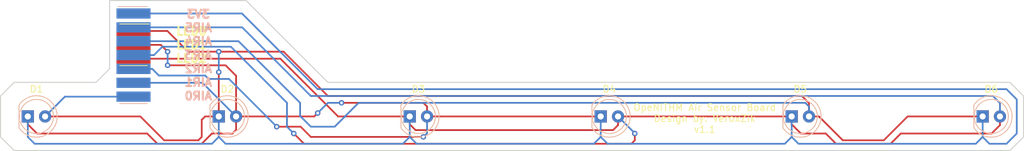
<source format=kicad_pcb>
(kicad_pcb (version 20171130) (host pcbnew "(5.1.5)-3")

  (general
    (thickness 1.6)
    (drawings 24)
    (tracks 142)
    (zones 0)
    (modules 10)
    (nets 12)
  )

  (page A4)
  (layers
    (0 F.Cu signal)
    (31 B.Cu signal)
    (32 B.Adhes user)
    (33 F.Adhes user)
    (34 B.Paste user)
    (35 F.Paste user)
    (36 B.SilkS user)
    (37 F.SilkS user)
    (38 B.Mask user)
    (39 F.Mask user)
    (40 Dwgs.User user)
    (41 Cmts.User user)
    (42 Eco1.User user)
    (43 Eco2.User user)
    (44 Edge.Cuts user)
    (45 Margin user)
    (46 B.CrtYd user)
    (47 F.CrtYd user)
    (48 B.Fab user)
    (49 F.Fab user)
  )

  (setup
    (last_trace_width 0.25)
    (trace_clearance 0.2)
    (zone_clearance 0.508)
    (zone_45_only no)
    (trace_min 0.2)
    (via_size 0.8)
    (via_drill 0.4)
    (via_min_size 0.4)
    (via_min_drill 0.3)
    (uvia_size 0.3)
    (uvia_drill 0.1)
    (uvias_allowed no)
    (uvia_min_size 0.2)
    (uvia_min_drill 0.1)
    (edge_width 0.15)
    (segment_width 0.2)
    (pcb_text_width 0.3)
    (pcb_text_size 1.5 1.5)
    (mod_edge_width 0.15)
    (mod_text_size 1 1)
    (mod_text_width 0.15)
    (pad_size 1.524 1.524)
    (pad_drill 0.762)
    (pad_to_mask_clearance 0.2)
    (aux_axis_origin 0 0)
    (visible_elements 7FFFFFFF)
    (pcbplotparams
      (layerselection 0x010fc_ffffffff)
      (usegerberextensions false)
      (usegerberattributes false)
      (usegerberadvancedattributes false)
      (creategerberjobfile false)
      (excludeedgelayer true)
      (linewidth 0.100000)
      (plotframeref false)
      (viasonmask false)
      (mode 1)
      (useauxorigin false)
      (hpglpennumber 1)
      (hpglpenspeed 20)
      (hpglpendiameter 15.000000)
      (psnegative false)
      (psa4output false)
      (plotreference true)
      (plotvalue true)
      (plotinvisibletext false)
      (padsonsilk false)
      (subtractmaskfromsilk false)
      (outputformat 1)
      (mirror false)
      (drillshape 0)
      (scaleselection 1)
      (outputdirectory "gerbers/"))
  )

  (net 0 "")
  (net 1 /D1+)
  (net 2 /D1-)
  (net 3 /D3-)
  (net 4 /D2+)
  (net 5 /D3+)
  (net 6 /D4+)
  (net 7 /D5+)
  (net 8 /D6+)
  (net 9 "Net-(J1-Pad2)")
  (net 10 "Net-(J1-Pad3)")
  (net 11 "Net-(J1-Pad1)")

  (net_class Default "This is the default net class."
    (clearance 0.2)
    (trace_width 0.25)
    (via_dia 0.8)
    (via_drill 0.4)
    (uvia_dia 0.3)
    (uvia_drill 0.1)
    (add_net /D1+)
    (add_net /D1-)
    (add_net /D2+)
    (add_net /D3+)
    (add_net /D3-)
    (add_net /D4+)
    (add_net /D5+)
    (add_net /D6+)
    (add_net "Net-(J1-Pad1)")
    (add_net "Net-(J1-Pad2)")
    (add_net "Net-(J1-Pad3)")
  )

  (module AirSensor_Local:LED_D5.0mm_FlatTop (layer F.Cu) (tedit 5E49C4EE) (tstamp 5DDC818A)
    (at 215 106)
    (descr "LED, Round, FlatTop, diameter 5.0mm, 2 pins, http://www.kingbright.com/attachments/file/psearch/000/00/00/L-483GDT(Ver.15B).pdf")
    (tags "LED Round FlatTop diameter 5.0mm 2 pins")
    (path /5DDA15CD)
    (fp_text reference D6 (at 1.27 -4.01) (layer F.SilkS)
      (effects (font (size 1 1) (thickness 0.15)))
    )
    (fp_text value "IR LED" (at 1.27 4.01) (layer F.Fab)
      (effects (font (size 1 1) (thickness 0.15)))
    )
    (fp_arc (start 1.27 0) (end -1.29 1.639512) (angle -147.4) (layer F.SilkS) (width 0.12))
    (fp_circle (center 1.27 0) (end 3.77 0) (layer F.SilkS) (width 0.12))
    (fp_arc (start 1.27 0) (end -1.29 -1.639512) (angle 147.4) (layer F.SilkS) (width 0.12))
    (fp_line (start -1.29 -1.64) (end -1.29 1.64) (layer F.SilkS) (width 0.12))
    (fp_arc (start 1.27 0) (end -1.29 -1.639512) (angle 147.4) (layer B.SilkS) (width 0.12))
    (fp_arc (start 1.27 0) (end -1.29 1.639512) (angle -147.4) (layer B.SilkS) (width 0.12))
    (fp_line (start -1.29 -1.64) (end -1.29 1.64) (layer B.SilkS) (width 0.12))
    (fp_line (start 4.55 -3.3) (end -2 -3.3) (layer F.CrtYd) (width 0.05))
    (fp_line (start 4.55 3.3) (end 4.55 -3.3) (layer F.CrtYd) (width 0.05))
    (fp_line (start -2 3.3) (end 4.55 3.3) (layer F.CrtYd) (width 0.05))
    (fp_line (start -2 -3.3) (end -2 3.3) (layer F.CrtYd) (width 0.05))
    (fp_line (start -1.23 -1.566046) (end -1.23 1.566046) (layer F.Fab) (width 0.1))
    (fp_circle (center 1.27 0) (end 3.77 0) (layer B.SilkS) (width 0.12))
    (fp_circle (center 1.27 0) (end 3.77 0) (layer F.Fab) (width 0.1))
    (fp_arc (start 1.27 0) (end -1.23 -1.566046) (angle 295.9) (layer F.Fab) (width 0.1))
    (pad 2 thru_hole circle (at 2.54 0) (size 1.8 1.8) (drill 0.9) (layers *.Cu *.Mask)
      (net 8 /D6+))
    (pad 1 thru_hole rect (at 0 0) (size 1.8 1.8) (drill 0.9) (layers *.Cu *.Mask)
      (net 2 /D1-))
    (model ${KISYS3DMOD}/LEDs.3dshapes/LED_D5.0mm_FlatTop.wrl
      (at (xyz 0 0 0))
      (scale (xyz 0.393701 0.393701 0.393701))
      (rotate (xyz 0 0 0))
    )
  )

  (module AirSensor_Local:LED_D5.0mm_FlatTop (layer F.Cu) (tedit 5E49C4EE) (tstamp 5DDC817A)
    (at 187 106)
    (descr "LED, Round, FlatTop, diameter 5.0mm, 2 pins, http://www.kingbright.com/attachments/file/psearch/000/00/00/L-483GDT(Ver.15B).pdf")
    (tags "LED Round FlatTop diameter 5.0mm 2 pins")
    (path /5DDA1969)
    (fp_text reference D5 (at 1.27 -4.01) (layer F.SilkS)
      (effects (font (size 1 1) (thickness 0.15)))
    )
    (fp_text value "IR LED" (at 1.27 4.01) (layer F.Fab)
      (effects (font (size 1 1) (thickness 0.15)))
    )
    (fp_arc (start 1.27 0) (end -1.29 1.639512) (angle -147.4) (layer F.SilkS) (width 0.12))
    (fp_circle (center 1.27 0) (end 3.77 0) (layer F.SilkS) (width 0.12))
    (fp_arc (start 1.27 0) (end -1.29 -1.639512) (angle 147.4) (layer F.SilkS) (width 0.12))
    (fp_line (start -1.29 -1.64) (end -1.29 1.64) (layer F.SilkS) (width 0.12))
    (fp_arc (start 1.27 0) (end -1.29 -1.639512) (angle 147.4) (layer B.SilkS) (width 0.12))
    (fp_arc (start 1.27 0) (end -1.29 1.639512) (angle -147.4) (layer B.SilkS) (width 0.12))
    (fp_line (start -1.29 -1.64) (end -1.29 1.64) (layer B.SilkS) (width 0.12))
    (fp_line (start 4.55 -3.3) (end -2 -3.3) (layer F.CrtYd) (width 0.05))
    (fp_line (start 4.55 3.3) (end 4.55 -3.3) (layer F.CrtYd) (width 0.05))
    (fp_line (start -2 3.3) (end 4.55 3.3) (layer F.CrtYd) (width 0.05))
    (fp_line (start -2 -3.3) (end -2 3.3) (layer F.CrtYd) (width 0.05))
    (fp_line (start -1.23 -1.566046) (end -1.23 1.566046) (layer F.Fab) (width 0.1))
    (fp_circle (center 1.27 0) (end 3.77 0) (layer B.SilkS) (width 0.12))
    (fp_circle (center 1.27 0) (end 3.77 0) (layer F.Fab) (width 0.1))
    (fp_arc (start 1.27 0) (end -1.23 -1.566046) (angle 295.9) (layer F.Fab) (width 0.1))
    (pad 2 thru_hole circle (at 2.54 0) (size 1.8 1.8) (drill 0.9) (layers *.Cu *.Mask)
      (net 7 /D5+))
    (pad 1 thru_hole rect (at 0 0) (size 1.8 1.8) (drill 0.9) (layers *.Cu *.Mask)
      (net 2 /D1-))
    (model ${KISYS3DMOD}/LEDs.3dshapes/LED_D5.0mm_FlatTop.wrl
      (at (xyz 0 0 0))
      (scale (xyz 0.393701 0.393701 0.393701))
      (rotate (xyz 0 0 0))
    )
  )

  (module AirSensor_Local:LED_D5.0mm_FlatTop (layer F.Cu) (tedit 5E49C4EE) (tstamp 5DDC816A)
    (at 159 106)
    (descr "LED, Round, FlatTop, diameter 5.0mm, 2 pins, http://www.kingbright.com/attachments/file/psearch/000/00/00/L-483GDT(Ver.15B).pdf")
    (tags "LED Round FlatTop diameter 5.0mm 2 pins")
    (path /5DDA19C8)
    (fp_text reference D4 (at 1.27 -4.01) (layer F.SilkS)
      (effects (font (size 1 1) (thickness 0.15)))
    )
    (fp_text value "IR LED" (at 1.27 4.01) (layer F.Fab)
      (effects (font (size 1 1) (thickness 0.15)))
    )
    (fp_arc (start 1.27 0) (end -1.29 1.639512) (angle -147.4) (layer F.SilkS) (width 0.12))
    (fp_circle (center 1.27 0) (end 3.77 0) (layer F.SilkS) (width 0.12))
    (fp_arc (start 1.27 0) (end -1.29 -1.639512) (angle 147.4) (layer F.SilkS) (width 0.12))
    (fp_line (start -1.29 -1.64) (end -1.29 1.64) (layer F.SilkS) (width 0.12))
    (fp_arc (start 1.27 0) (end -1.29 -1.639512) (angle 147.4) (layer B.SilkS) (width 0.12))
    (fp_arc (start 1.27 0) (end -1.29 1.639512) (angle -147.4) (layer B.SilkS) (width 0.12))
    (fp_line (start -1.29 -1.64) (end -1.29 1.64) (layer B.SilkS) (width 0.12))
    (fp_line (start 4.55 -3.3) (end -2 -3.3) (layer F.CrtYd) (width 0.05))
    (fp_line (start 4.55 3.3) (end 4.55 -3.3) (layer F.CrtYd) (width 0.05))
    (fp_line (start -2 3.3) (end 4.55 3.3) (layer F.CrtYd) (width 0.05))
    (fp_line (start -2 -3.3) (end -2 3.3) (layer F.CrtYd) (width 0.05))
    (fp_line (start -1.23 -1.566046) (end -1.23 1.566046) (layer F.Fab) (width 0.1))
    (fp_circle (center 1.27 0) (end 3.77 0) (layer B.SilkS) (width 0.12))
    (fp_circle (center 1.27 0) (end 3.77 0) (layer F.Fab) (width 0.1))
    (fp_arc (start 1.27 0) (end -1.23 -1.566046) (angle 295.9) (layer F.Fab) (width 0.1))
    (pad 2 thru_hole circle (at 2.54 0) (size 1.8 1.8) (drill 0.9) (layers *.Cu *.Mask)
      (net 6 /D4+))
    (pad 1 thru_hole rect (at 0 0) (size 1.8 1.8) (drill 0.9) (layers *.Cu *.Mask)
      (net 2 /D1-))
    (model ${KISYS3DMOD}/LEDs.3dshapes/LED_D5.0mm_FlatTop.wrl
      (at (xyz 0 0 0))
      (scale (xyz 0.393701 0.393701 0.393701))
      (rotate (xyz 0 0 0))
    )
  )

  (module AirSensor_Local:LED_D5.0mm_FlatTop (layer F.Cu) (tedit 5E49C4EE) (tstamp 5DDC815A)
    (at 131 106)
    (descr "LED, Round, FlatTop, diameter 5.0mm, 2 pins, http://www.kingbright.com/attachments/file/psearch/000/00/00/L-483GDT(Ver.15B).pdf")
    (tags "LED Round FlatTop diameter 5.0mm 2 pins")
    (path /5DDA1ADB)
    (fp_text reference D3 (at 1.27 -4.01) (layer F.SilkS)
      (effects (font (size 1 1) (thickness 0.15)))
    )
    (fp_text value "IR LED" (at 1.27 4.01) (layer F.Fab)
      (effects (font (size 1 1) (thickness 0.15)))
    )
    (fp_arc (start 1.27 0) (end -1.29 1.639512) (angle -147.4) (layer F.SilkS) (width 0.12))
    (fp_circle (center 1.27 0) (end 3.77 0) (layer F.SilkS) (width 0.12))
    (fp_arc (start 1.27 0) (end -1.29 -1.639512) (angle 147.4) (layer F.SilkS) (width 0.12))
    (fp_line (start -1.29 -1.64) (end -1.29 1.64) (layer F.SilkS) (width 0.12))
    (fp_arc (start 1.27 0) (end -1.29 -1.639512) (angle 147.4) (layer B.SilkS) (width 0.12))
    (fp_arc (start 1.27 0) (end -1.29 1.639512) (angle -147.4) (layer B.SilkS) (width 0.12))
    (fp_line (start -1.29 -1.64) (end -1.29 1.64) (layer B.SilkS) (width 0.12))
    (fp_line (start 4.55 -3.3) (end -2 -3.3) (layer F.CrtYd) (width 0.05))
    (fp_line (start 4.55 3.3) (end 4.55 -3.3) (layer F.CrtYd) (width 0.05))
    (fp_line (start -2 3.3) (end 4.55 3.3) (layer F.CrtYd) (width 0.05))
    (fp_line (start -2 -3.3) (end -2 3.3) (layer F.CrtYd) (width 0.05))
    (fp_line (start -1.23 -1.566046) (end -1.23 1.566046) (layer F.Fab) (width 0.1))
    (fp_circle (center 1.27 0) (end 3.77 0) (layer B.SilkS) (width 0.12))
    (fp_circle (center 1.27 0) (end 3.77 0) (layer F.Fab) (width 0.1))
    (fp_arc (start 1.27 0) (end -1.23 -1.566046) (angle 295.9) (layer F.Fab) (width 0.1))
    (pad 2 thru_hole circle (at 2.54 0) (size 1.8 1.8) (drill 0.9) (layers *.Cu *.Mask)
      (net 5 /D3+))
    (pad 1 thru_hole rect (at 0 0) (size 1.8 1.8) (drill 0.9) (layers *.Cu *.Mask)
      (net 2 /D1-))
    (model ${KISYS3DMOD}/LEDs.3dshapes/LED_D5.0mm_FlatTop.wrl
      (at (xyz 0 0 0))
      (scale (xyz 0.393701 0.393701 0.393701))
      (rotate (xyz 0 0 0))
    )
  )

  (module AirSensor_Local:LED_D5.0mm_FlatTop (layer F.Cu) (tedit 5E49C4EE) (tstamp 5DDC814A)
    (at 103 106)
    (descr "LED, Round, FlatTop, diameter 5.0mm, 2 pins, http://www.kingbright.com/attachments/file/psearch/000/00/00/L-483GDT(Ver.15B).pdf")
    (tags "LED Round FlatTop diameter 5.0mm 2 pins")
    (path /5DDA1AE2)
    (fp_text reference D2 (at 1.27 -4.01) (layer F.SilkS)
      (effects (font (size 1 1) (thickness 0.15)))
    )
    (fp_text value "IR LED" (at 1.27 4.01) (layer F.Fab)
      (effects (font (size 1 1) (thickness 0.15)))
    )
    (fp_arc (start 1.27 0) (end -1.29 1.639512) (angle -147.4) (layer F.SilkS) (width 0.12))
    (fp_circle (center 1.27 0) (end 3.77 0) (layer F.SilkS) (width 0.12))
    (fp_arc (start 1.27 0) (end -1.29 -1.639512) (angle 147.4) (layer F.SilkS) (width 0.12))
    (fp_line (start -1.29 -1.64) (end -1.29 1.64) (layer F.SilkS) (width 0.12))
    (fp_arc (start 1.27 0) (end -1.29 -1.639512) (angle 147.4) (layer B.SilkS) (width 0.12))
    (fp_arc (start 1.27 0) (end -1.29 1.639512) (angle -147.4) (layer B.SilkS) (width 0.12))
    (fp_line (start -1.29 -1.64) (end -1.29 1.64) (layer B.SilkS) (width 0.12))
    (fp_line (start 4.55 -3.3) (end -2 -3.3) (layer F.CrtYd) (width 0.05))
    (fp_line (start 4.55 3.3) (end 4.55 -3.3) (layer F.CrtYd) (width 0.05))
    (fp_line (start -2 3.3) (end 4.55 3.3) (layer F.CrtYd) (width 0.05))
    (fp_line (start -2 -3.3) (end -2 3.3) (layer F.CrtYd) (width 0.05))
    (fp_line (start -1.23 -1.566046) (end -1.23 1.566046) (layer F.Fab) (width 0.1))
    (fp_circle (center 1.27 0) (end 3.77 0) (layer B.SilkS) (width 0.12))
    (fp_circle (center 1.27 0) (end 3.77 0) (layer F.Fab) (width 0.1))
    (fp_arc (start 1.27 0) (end -1.23 -1.566046) (angle 295.9) (layer F.Fab) (width 0.1))
    (pad 2 thru_hole circle (at 2.54 0) (size 1.8 1.8) (drill 0.9) (layers *.Cu *.Mask)
      (net 4 /D2+))
    (pad 1 thru_hole rect (at 0 0) (size 1.8 1.8) (drill 0.9) (layers *.Cu *.Mask)
      (net 2 /D1-))
    (model ${KISYS3DMOD}/LEDs.3dshapes/LED_D5.0mm_FlatTop.wrl
      (at (xyz 0 0 0))
      (scale (xyz 0.393701 0.393701 0.393701))
      (rotate (xyz 0 0 0))
    )
  )

  (module AirSensor_Local:LED_D5.0mm_FlatTop (layer F.Cu) (tedit 5E49C4EE) (tstamp 5DDC813A)
    (at 75 106)
    (descr "LED, Round, FlatTop, diameter 5.0mm, 2 pins, http://www.kingbright.com/attachments/file/psearch/000/00/00/L-483GDT(Ver.15B).pdf")
    (tags "LED Round FlatTop diameter 5.0mm 2 pins")
    (path /5DDA1AE9)
    (fp_text reference D1 (at 1.27 -4.01) (layer F.SilkS)
      (effects (font (size 1 1) (thickness 0.15)))
    )
    (fp_text value "IR LED" (at 1.27 4.01) (layer F.Fab)
      (effects (font (size 1 1) (thickness 0.15)))
    )
    (fp_arc (start 1.27 0) (end -1.29 1.639512) (angle -147.4) (layer F.SilkS) (width 0.12))
    (fp_circle (center 1.27 0) (end 3.77 0) (layer F.SilkS) (width 0.12))
    (fp_arc (start 1.27 0) (end -1.29 -1.639512) (angle 147.4) (layer F.SilkS) (width 0.12))
    (fp_line (start -1.29 -1.64) (end -1.29 1.64) (layer F.SilkS) (width 0.12))
    (fp_arc (start 1.27 0) (end -1.29 -1.639512) (angle 147.4) (layer B.SilkS) (width 0.12))
    (fp_arc (start 1.27 0) (end -1.29 1.639512) (angle -147.4) (layer B.SilkS) (width 0.12))
    (fp_line (start -1.29 -1.64) (end -1.29 1.64) (layer B.SilkS) (width 0.12))
    (fp_line (start 4.55 -3.3) (end -2 -3.3) (layer F.CrtYd) (width 0.05))
    (fp_line (start 4.55 3.3) (end 4.55 -3.3) (layer F.CrtYd) (width 0.05))
    (fp_line (start -2 3.3) (end 4.55 3.3) (layer F.CrtYd) (width 0.05))
    (fp_line (start -2 -3.3) (end -2 3.3) (layer F.CrtYd) (width 0.05))
    (fp_line (start -1.23 -1.566046) (end -1.23 1.566046) (layer F.Fab) (width 0.1))
    (fp_circle (center 1.27 0) (end 3.77 0) (layer B.SilkS) (width 0.12))
    (fp_circle (center 1.27 0) (end 3.77 0) (layer F.Fab) (width 0.1))
    (fp_arc (start 1.27 0) (end -1.23 -1.566046) (angle 295.9) (layer F.Fab) (width 0.1))
    (pad 2 thru_hole circle (at 2.54 0) (size 1.8 1.8) (drill 0.9) (layers *.Cu *.Mask)
      (net 1 /D1+))
    (pad 1 thru_hole rect (at 0 0) (size 1.8 1.8) (drill 0.9) (layers *.Cu *.Mask)
      (net 2 /D1-))
    (model ${KISYS3DMOD}/LEDs.3dshapes/LED_D5.0mm_FlatTop.wrl
      (at (xyz 0 0 0))
      (scale (xyz 0.393701 0.393701 0.393701))
      (rotate (xyz 0 0 0))
    )
  )

  (module Mounting_Holes:MountingHole_3.2mm_M3_ISO14580 (layer F.Cu) (tedit 5DDCA047) (tstamp 5DDCA636)
    (at 197 106)
    (descr "Mounting Hole 3.2mm, no annular, M3, ISO14580")
    (tags "mounting hole 3.2mm no annular m3 iso14580")
    (path /5DDF80B5)
    (attr virtual)
    (fp_text reference MH2 (at 0 -3.75) (layer F.SilkS) hide
      (effects (font (size 1 1) (thickness 0.15)))
    )
    (fp_text value MountingHole (at 0 3.75) (layer F.Fab)
      (effects (font (size 1 1) (thickness 0.15)))
    )
    (fp_text user %R (at 0.3 0) (layer F.Fab)
      (effects (font (size 1 1) (thickness 0.15)))
    )
    (fp_circle (center 0 0) (end 2.75 0) (layer Cmts.User) (width 0.15))
    (fp_circle (center 0 0) (end 3 0) (layer F.CrtYd) (width 0.05))
    (pad 1 np_thru_hole circle (at 0 0) (size 3.2 3.2) (drill 3.2) (layers *.Cu *.Mask))
  )

  (module Mounting_Holes:MountingHole_3.2mm_M3_ISO14580 (layer F.Cu) (tedit 5DDCA041) (tstamp 5DDCA62E)
    (at 97 106)
    (descr "Mounting Hole 3.2mm, no annular, M3, ISO14580")
    (tags "mounting hole 3.2mm no annular m3 iso14580")
    (path /5DDFB9B2)
    (attr virtual)
    (fp_text reference MH1 (at 0 -3.75) (layer F.SilkS) hide
      (effects (font (size 1 1) (thickness 0.15)))
    )
    (fp_text value MountingHole (at 0 3.75) (layer F.Fab)
      (effects (font (size 1 1) (thickness 0.15)))
    )
    (fp_circle (center 0 0) (end 3 0) (layer F.CrtYd) (width 0.05))
    (fp_circle (center 0 0) (end 2.75 0) (layer Cmts.User) (width 0.15))
    (fp_text user %R (at 0.3 0) (layer F.Fab)
      (effects (font (size 1 1) (thickness 0.15)))
    )
    (pad 1 np_thru_hole circle (at 0 0) (size 3.2 3.2) (drill 3.2) (layers *.Cu *.Mask))
  )

  (module AirSensor_Local:SMD_3Pin (layer F.Cu) (tedit 5DDCA2F7) (tstamp 5DDB8666)
    (at 90.5 95.5)
    (descr "Chip Resistor Network, ROHM MNR14 (see mnr_g.pdf)")
    (tags "resistor array")
    (path /5DDA1783)
    (attr smd)
    (fp_text reference J1 (at 0 -4.064) (layer F.SilkS) hide
      (effects (font (size 1 1) (thickness 0.15)))
    )
    (fp_text value Conn_01x03 (at 0 4.318) (layer F.Fab)
      (effects (font (size 1 1) (thickness 0.15)))
    )
    (fp_line (start 1.55 1.85) (end -1.55 1.85) (layer F.CrtYd) (width 0.05))
    (fp_line (start 1.55 1.85) (end 1.55 -1.85) (layer F.CrtYd) (width 0.05))
    (fp_line (start -1.55 -1.85) (end -1.55 1.85) (layer F.CrtYd) (width 0.05))
    (fp_line (start -1.55 -1.85) (end 1.55 -1.85) (layer F.CrtYd) (width 0.05))
    (fp_line (start 2.286 -3.048) (end -2.032 -3.048) (layer F.SilkS) (width 0.12))
    (fp_line (start 2.032 3.048) (end -2.032 3.048) (layer F.SilkS) (width 0.12))
    (fp_line (start -2.794 3.302) (end -2.794 -3.302) (layer F.Fab) (width 0.1))
    (fp_line (start 2.794 3.302) (end -2.794 3.302) (layer F.Fab) (width 0.1))
    (fp_line (start 2.794 -3.302) (end 2.794 3.302) (layer F.Fab) (width 0.1))
    (fp_line (start -2.794 -3.302) (end 2.794 -3.302) (layer F.Fab) (width 0.1))
    (fp_text user %R (at 0 0 90) (layer F.Fab)
      (effects (font (size 0.5 0.5) (thickness 0.075)))
    )
    (pad 2 smd rect (at 0 0) (size 5 1.5) (layers F.Cu F.Paste F.Mask)
      (net 9 "Net-(J1-Pad2)"))
    (pad 3 smd rect (at 0 2.032) (size 5 1.5) (layers F.Cu F.Paste F.Mask)
      (net 10 "Net-(J1-Pad3)"))
    (pad 1 smd rect (at 0 -2.032) (size 5 1.5) (layers F.Cu F.Paste F.Mask)
      (net 11 "Net-(J1-Pad1)"))
    (model ${KISYS3DMOD}/Resistors_SMD.3dshapes/R_Array_Convex_4x0603.wrl
      (at (xyz 0 0 0))
      (scale (xyz 1 1 1))
      (rotate (xyz 0 0 0))
    )
  )

  (module AirSensor_Local:SMD_7Pin (layer B.Cu) (tedit 5DDCA2F4) (tstamp 5DDB9576)
    (at 90.5 97 180)
    (descr "Chip Resistor Network, ROHM MNR14 (see mnr_g.pdf)")
    (tags "resistor array")
    (path /5DDAC609)
    (attr smd)
    (fp_text reference J2 (at 0 8.128 180) (layer B.SilkS) hide
      (effects (font (size 1 1) (thickness 0.15)) (justify mirror))
    )
    (fp_text value Conn_01x07 (at 0 -8.382 180) (layer B.Fab)
      (effects (font (size 1 1) (thickness 0.15)) (justify mirror))
    )
    (fp_line (start 1.55 2.214) (end -1.55 2.214) (layer B.CrtYd) (width 0.05))
    (fp_line (start 1.55 2.214) (end 1.55 5.914) (layer B.CrtYd) (width 0.05))
    (fp_line (start -1.55 5.914) (end -1.55 2.214) (layer B.CrtYd) (width 0.05))
    (fp_line (start -1.55 5.914) (end 1.55 5.914) (layer B.CrtYd) (width 0.05))
    (fp_line (start 2.286 7.112) (end -2.032 7.112) (layer B.SilkS) (width 0.12))
    (fp_line (start 2.032 -7.112) (end -2.032 -7.112) (layer B.SilkS) (width 0.12))
    (fp_line (start -2.794 -7.366) (end -2.794 7.366) (layer B.Fab) (width 0.1))
    (fp_line (start 2.794 -7.366) (end -2.794 -7.366) (layer B.Fab) (width 0.1))
    (fp_line (start 2.794 7.366) (end 2.794 -7.366) (layer B.Fab) (width 0.1))
    (fp_line (start -2.794 7.366) (end 2.794 7.366) (layer B.Fab) (width 0.1))
    (fp_text user %R (at 0 4.064 90) (layer B.Fab)
      (effects (font (size 0.5 0.5) (thickness 0.075)) (justify mirror))
    )
    (pad 7 smd rect (at 0 -6.096 180) (size 5 1.5) (layers B.Cu B.Paste B.Mask)
      (net 1 /D1+))
    (pad 4 smd rect (at 0 0 180) (size 5 1.5) (layers B.Cu B.Paste B.Mask)
      (net 6 /D4+))
    (pad 5 smd rect (at 0 -2.032 180) (size 5 1.5) (layers B.Cu B.Paste B.Mask)
      (net 5 /D3+))
    (pad 6 smd rect (at 0 -4.064 180) (size 5 1.5) (layers B.Cu B.Paste B.Mask)
      (net 4 /D2+))
    (pad 2 smd rect (at 0 4.064 180) (size 5 1.5) (layers B.Cu B.Paste B.Mask)
      (net 8 /D6+))
    (pad 3 smd rect (at 0 2.032 180) (size 5 1.5) (layers B.Cu B.Paste B.Mask)
      (net 7 /D5+))
    (pad 1 smd rect (at 0 6.096 180) (size 5 1.5) (layers B.Cu B.Paste B.Mask)
      (net 2 /D1-))
    (model ${KISYS3DMOD}/Resistors_SMD.3dshapes/R_Array_Convex_4x0603.wrl
      (at (xyz 0 0 0))
      (scale (xyz 1 1 1))
      (rotate (xyz 0 0 0))
    )
  )

  (gr_text "OpeNITHM Air Sensor Board\nDesign by: VeroxZik\nv1.1" (at 174.244 106.299) (layer F.SilkS)
    (effects (font (size 1 1) (thickness 0.15)))
  )
  (gr_text AIR0 (at 100 103) (layer B.SilkS) (tstamp 5DDCA7BA)
    (effects (font (size 1.2 1.2) (thickness 0.3)) (justify mirror))
  )
  (gr_text AIR1 (at 100 101) (layer B.SilkS) (tstamp 5DDCA7BA)
    (effects (font (size 1.2 1.2) (thickness 0.3)) (justify mirror))
  )
  (gr_text AIR2 (at 100 99) (layer B.SilkS) (tstamp 5DDCA7BA)
    (effects (font (size 1.2 1.2) (thickness 0.3)) (justify mirror))
  )
  (gr_text AIR3 (at 100 97) (layer B.SilkS) (tstamp 5DDCA7BA)
    (effects (font (size 1.2 1.2) (thickness 0.3)) (justify mirror))
  )
  (gr_text AIR4 (at 100 95) (layer B.SilkS) (tstamp 5DDCA7BA)
    (effects (font (size 1.2 1.2) (thickness 0.3)) (justify mirror))
  )
  (gr_text AIR5 (at 100 93) (layer B.SilkS) (tstamp 5DDCA7B5)
    (effects (font (size 1.2 1.2) (thickness 0.3)) (justify mirror))
  )
  (gr_text 3V3 (at 100 91) (layer B.SilkS)
    (effects (font (size 1.2 1.2) (thickness 0.3)) (justify mirror))
  )
  (gr_text LED2 (at 99 97.5) (layer F.SilkS) (tstamp 5DDC9CD3)
    (effects (font (size 1.2 1.2) (thickness 0.3)))
  )
  (gr_text "LED1\n" (at 99 95.5) (layer F.SilkS) (tstamp 5DDC9CC8)
    (effects (font (size 1.2 1.2) (thickness 0.3)))
  )
  (gr_text LED0 (at 99 93.5) (layer F.SilkS)
    (effects (font (size 1.2 1.2) (thickness 0.3)))
  )
  (gr_line (start 71 103) (end 71 109) (layer Edge.Cuts) (width 0.15))
  (gr_line (start 73 101) (end 71 103) (layer Edge.Cuts) (width 0.15))
  (gr_line (start 85 101) (end 73 101) (layer Edge.Cuts) (width 0.15))
  (gr_line (start 87 99) (end 85 101) (layer Edge.Cuts) (width 0.15))
  (gr_line (start 87 89) (end 87 99) (layer Edge.Cuts) (width 0.15))
  (gr_line (start 107 89) (end 87 89) (layer Edge.Cuts) (width 0.15))
  (gr_line (start 119 101) (end 107 89) (layer Edge.Cuts) (width 0.15))
  (gr_line (start 219 101) (end 119 101) (layer Edge.Cuts) (width 0.15))
  (gr_line (start 221 103) (end 219 101) (layer Edge.Cuts) (width 0.15))
  (gr_line (start 221 109) (end 221 103) (layer Edge.Cuts) (width 0.15))
  (gr_line (start 219 111) (end 221 109) (layer Edge.Cuts) (width 0.15))
  (gr_line (start 73 111) (end 219 111) (layer Edge.Cuts) (width 0.15))
  (gr_line (start 71 109) (end 73 111) (layer Edge.Cuts) (width 0.15))

  (via (at 103 96.5) (size 0.8) (drill 0.4) (layers F.Cu B.Cu) (net 1))
  (via (at 103 99.5) (size 0.8) (drill 0.4) (layers F.Cu B.Cu) (net 1))
  (segment (start 103 96.5) (end 103 99.5) (width 0.25) (layer B.Cu) (net 1))
  (segment (start 80.444 103.096) (end 77.54 106) (width 0.25) (layer B.Cu) (net 1))
  (segment (start 90.5 103.096) (end 80.444 103.096) (width 0.25) (layer B.Cu) (net 1))
  (segment (start 91.5 106) (end 77.54 106) (width 0.25) (layer F.Cu) (net 1))
  (segment (start 95 109.5) (end 91.5 106) (width 0.25) (layer F.Cu) (net 1))
  (segment (start 103 106) (end 101 106) (width 0.25) (layer F.Cu) (net 1))
  (segment (start 103 99.5) (end 103 106) (width 0.25) (layer F.Cu) (net 1))
  (segment (start 101 106) (end 100.5 106.5) (width 0.25) (layer F.Cu) (net 1))
  (segment (start 100.5 106.5) (end 100.5 109) (width 0.25) (layer F.Cu) (net 1))
  (segment (start 100.5 109) (end 100 109.5) (width 0.25) (layer F.Cu) (net 1))
  (segment (start 100 109.5) (end 95 109.5) (width 0.25) (layer F.Cu) (net 1))
  (segment (start 200.5 109.5) (end 204 106) (width 0.25) (layer F.Cu) (net 1))
  (segment (start 194.5 109.5) (end 200.5 109.5) (width 0.25) (layer F.Cu) (net 1))
  (segment (start 191 106) (end 194.5 109.5) (width 0.25) (layer F.Cu) (net 1))
  (segment (start 90.5 93.468) (end 95.468 93.468) (width 0.25) (layer F.Cu) (net 1))
  (segment (start 189.54 104.04) (end 189.54 106) (width 0.25) (layer F.Cu) (net 1))
  (segment (start 98.5 96.5) (end 112.5 96.5) (width 0.25) (layer F.Cu) (net 1))
  (segment (start 95.468 93.468) (end 98.5 96.5) (width 0.25) (layer F.Cu) (net 1))
  (segment (start 112.5 96.5) (end 119 103) (width 0.25) (layer F.Cu) (net 1))
  (segment (start 204 106) (end 215 106) (width 0.25) (layer F.Cu) (net 1))
  (segment (start 189.54 106) (end 191 106) (width 0.25) (layer F.Cu) (net 1))
  (segment (start 119 103) (end 188.5 103) (width 0.25) (layer F.Cu) (net 1))
  (segment (start 188.5 103) (end 189.54 104.04) (width 0.25) (layer F.Cu) (net 1))
  (segment (start 159 106) (end 133.54 106) (width 0.25) (layer F.Cu) (net 2))
  (segment (start 133.54 106) (end 133.54 104.54) (width 0.25) (layer F.Cu) (net 2))
  (via (at 121 104) (size 0.8) (drill 0.4) (layers F.Cu B.Cu) (net 2))
  (segment (start 133.54 104.54) (end 133 104) (width 0.25) (layer F.Cu) (net 2))
  (segment (start 133 104) (end 121 104) (width 0.25) (layer F.Cu) (net 2))
  (via (at 117.5 105.5) (size 0.8) (drill 0.4) (layers F.Cu B.Cu) (net 2))
  (segment (start 121 104) (end 119 104) (width 0.25) (layer B.Cu) (net 2))
  (segment (start 119 104) (end 117.5 105.5) (width 0.25) (layer B.Cu) (net 2))
  (segment (start 117 106) (end 105.54 106) (width 0.25) (layer F.Cu) (net 2))
  (segment (start 117.5 105.5) (end 117 106) (width 0.25) (layer F.Cu) (net 2))
  (via (at 95.5 96.5) (size 0.8) (drill 0.4) (layers F.Cu B.Cu) (net 2))
  (segment (start 90.5 95.5) (end 94.5 95.5) (width 0.25) (layer F.Cu) (net 2))
  (segment (start 94.5 95.5) (end 95.5 96.5) (width 0.25) (layer F.Cu) (net 2))
  (segment (start 95.5 96.5) (end 95.5 98.5) (width 0.25) (layer B.Cu) (net 2))
  (via (at 95.5 98.5) (size 0.8) (drill 0.4) (layers F.Cu B.Cu) (net 2))
  (segment (start 95.5 98.5) (end 104 98.5) (width 0.25) (layer F.Cu) (net 2))
  (segment (start 105.54 100.04) (end 105.54 106) (width 0.25) (layer F.Cu) (net 2))
  (segment (start 104 98.5) (end 105.54 100.04) (width 0.25) (layer F.Cu) (net 2))
  (segment (start 75 106) (end 75 109) (width 0.25) (layer B.Cu) (net 2))
  (segment (start 75 109) (end 76 110) (width 0.25) (layer B.Cu) (net 2))
  (segment (start 76 110) (end 102 110) (width 0.25) (layer B.Cu) (net 2))
  (segment (start 103 109) (end 103 106) (width 0.25) (layer B.Cu) (net 2))
  (segment (start 102 110) (end 103 109) (width 0.25) (layer B.Cu) (net 2))
  (segment (start 131 106) (end 131 109) (width 0.25) (layer B.Cu) (net 2))
  (segment (start 131 109) (end 130 110) (width 0.25) (layer B.Cu) (net 2))
  (segment (start 104 110) (end 103 109) (width 0.25) (layer B.Cu) (net 2))
  (segment (start 130 110) (end 104 110) (width 0.25) (layer B.Cu) (net 2))
  (segment (start 132 110) (end 131 109) (width 0.25) (layer B.Cu) (net 2))
  (segment (start 158 110) (end 132 110) (width 0.25) (layer B.Cu) (net 2))
  (segment (start 159 106) (end 159 109) (width 0.25) (layer B.Cu) (net 2))
  (segment (start 159 109) (end 158 110) (width 0.25) (layer B.Cu) (net 2))
  (segment (start 160 110) (end 159 109) (width 0.25) (layer B.Cu) (net 2))
  (segment (start 186 110) (end 160 110) (width 0.25) (layer B.Cu) (net 2))
  (segment (start 187 106) (end 187 109) (width 0.25) (layer B.Cu) (net 2))
  (segment (start 187 109) (end 186 110) (width 0.25) (layer B.Cu) (net 2))
  (segment (start 188 110) (end 187 109) (width 0.25) (layer B.Cu) (net 2))
  (segment (start 214 110) (end 188 110) (width 0.25) (layer B.Cu) (net 2))
  (segment (start 215 106) (end 215 109) (width 0.25) (layer B.Cu) (net 2))
  (segment (start 215 109) (end 214 110) (width 0.25) (layer B.Cu) (net 2))
  (segment (start 106.404 90.904) (end 90.5 90.904) (width 0.25) (layer B.Cu) (net 2) (status 1000000))
  (segment (start 218.5 102) (end 117.5 102) (width 0.25) (layer B.Cu) (net 2) (status 1000000))
  (segment (start 220 103.5) (end 218.5 102) (width 0.25) (layer B.Cu) (net 2) (status 1000000))
  (segment (start 220 108.5) (end 220 103.5) (width 0.25) (layer B.Cu) (net 2) (status 1000000))
  (segment (start 218.5 110) (end 220 108.5) (width 0.25) (layer B.Cu) (net 2) (status 1000000))
  (segment (start 215 109) (end 216 110) (width 0.25) (layer B.Cu) (net 2) (status 1000000))
  (segment (start 216 110) (end 218.5 110) (width 0.25) (layer B.Cu) (net 2) (status 1000000))
  (segment (start 117.5 102) (end 106.404 90.904) (width 0.25) (layer B.Cu) (net 2) (status 1000000))
  (segment (start 105.54 107.96) (end 105.54 106) (width 0.25) (layer F.Cu) (net 2))
  (segment (start 105 108.5) (end 105.54 107.96) (width 0.25) (layer F.Cu) (net 2))
  (segment (start 102 108.5) (end 105 108.5) (width 0.25) (layer F.Cu) (net 2))
  (segment (start 75 106) (end 75 107.15) (width 0.25) (layer F.Cu) (net 2))
  (segment (start 75 107.15) (end 76.35 108.5) (width 0.25) (layer F.Cu) (net 2))
  (segment (start 76.35 108.5) (end 92.5 108.5) (width 0.25) (layer F.Cu) (net 2))
  (segment (start 92.5 108.5) (end 94 110) (width 0.25) (layer F.Cu) (net 2))
  (segment (start 94 110) (end 100.5 110) (width 0.25) (layer F.Cu) (net 2))
  (segment (start 100.5 110) (end 102 108.5) (width 0.25) (layer F.Cu) (net 2))
  (segment (start 217.54 107.272792) (end 217.54 106) (width 0.25) (layer F.Cu) (net 3))
  (segment (start 216.312792 108.5) (end 217.54 107.272792) (width 0.25) (layer F.Cu) (net 3))
  (segment (start 131.85 108) (end 160.812792 108) (width 0.25) (layer F.Cu) (net 3))
  (segment (start 187 107.15) (end 188.35 108.5) (width 0.25) (layer F.Cu) (net 3))
  (segment (start 131 107.15) (end 131.85 108) (width 0.25) (layer F.Cu) (net 3))
  (segment (start 188.35 108.5) (end 192 108.5) (width 0.25) (layer F.Cu) (net 3))
  (segment (start 131 106) (end 131 107.15) (width 0.25) (layer F.Cu) (net 3))
  (segment (start 187 106) (end 187 107.15) (width 0.25) (layer F.Cu) (net 3))
  (segment (start 120.5 106) (end 131 106) (width 0.25) (layer F.Cu) (net 3))
  (segment (start 90.5 97.532) (end 112.032 97.532) (width 0.25) (layer F.Cu) (net 3))
  (segment (start 160.812792 108) (end 161.54 107.272792) (width 0.25) (layer F.Cu) (net 3))
  (segment (start 201.5 110) (end 203 108.5) (width 0.25) (layer F.Cu) (net 3))
  (segment (start 161.54 107.272792) (end 161.54 106) (width 0.25) (layer F.Cu) (net 3))
  (segment (start 161.54 106) (end 187 106) (width 0.25) (layer F.Cu) (net 3))
  (segment (start 193.5 110) (end 201.5 110) (width 0.25) (layer F.Cu) (net 3))
  (segment (start 112.032 97.532) (end 120.5 106) (width 0.25) (layer F.Cu) (net 3))
  (segment (start 192 108.5) (end 193.5 110) (width 0.25) (layer F.Cu) (net 3))
  (segment (start 203 108.5) (end 216.312792 108.5) (width 0.25) (layer F.Cu) (net 3))
  (segment (start 100.604 101.064) (end 105.54 106) (width 0.25) (layer B.Cu) (net 4))
  (segment (start 90.5 101.064) (end 100.604 101.064) (width 0.25) (layer B.Cu) (net 4))
  (segment (start 90.5 99.032) (end 93.25 99.032) (width 0.25) (layer B.Cu) (net 5))
  (via (at 111.5 107.5) (size 0.8) (drill 0.4) (layers F.Cu B.Cu) (net 5))
  (segment (start 104.5 100.5) (end 111.5 107.5) (width 0.25) (layer B.Cu) (net 5))
  (segment (start 111.5 107.5) (end 115 107.5) (width 0.25) (layer F.Cu) (net 5))
  (via (at 133 109) (size 0.8) (drill 0.4) (layers F.Cu B.Cu) (net 5))
  (segment (start 115 107.5) (end 116.5 109) (width 0.25) (layer F.Cu) (net 5))
  (segment (start 116.5 109) (end 133 109) (width 0.25) (layer F.Cu) (net 5))
  (segment (start 133.54 108.46) (end 133 109) (width 0.25) (layer B.Cu) (net 5))
  (segment (start 133.54 106) (end 133.54 108.46) (width 0.25) (layer B.Cu) (net 5))
  (segment (start 101 100) (end 101.5 100.5) (width 0.25) (layer B.Cu) (net 5))
  (segment (start 94.218 100) (end 101 100) (width 0.25) (layer B.Cu) (net 5))
  (segment (start 101.5 100.5) (end 104.5 100.5) (width 0.25) (layer B.Cu) (net 5))
  (segment (start 93.25 99.032) (end 94.218 100) (width 0.25) (layer B.Cu) (net 5))
  (via (at 164 108.5) (size 0.8) (drill 0.4) (layers F.Cu B.Cu) (net 6))
  (segment (start 161.54 106) (end 164 108.46) (width 0.25) (layer B.Cu) (net 6))
  (segment (start 164 108.46) (end 164 108.5) (width 0.25) (layer B.Cu) (net 6))
  (segment (start 164 108.5) (end 164 109.5) (width 0.25) (layer F.Cu) (net 6))
  (segment (start 164 109.5) (end 163.5 110) (width 0.25) (layer F.Cu) (net 6))
  (via (at 114 108.5) (size 0.8) (drill 0.4) (layers F.Cu B.Cu) (net 6))
  (segment (start 163.5 110) (end 115.5 110) (width 0.25) (layer F.Cu) (net 6))
  (segment (start 115.5 110) (end 114 108.5) (width 0.25) (layer F.Cu) (net 6))
  (segment (start 114 108.5) (end 113 107.5) (width 0.25) (layer B.Cu) (net 6))
  (segment (start 113 107.5) (end 113 104) (width 0.25) (layer B.Cu) (net 6))
  (segment (start 104.774999 95.774999) (end 94.725001 95.774999) (width 0.25) (layer B.Cu) (net 6))
  (segment (start 113 104) (end 104.774999 95.774999) (width 0.25) (layer B.Cu) (net 6))
  (segment (start 93.5 97) (end 90.5 97) (width 0.25) (layer B.Cu) (net 6))
  (segment (start 94.725001 95.774999) (end 93.5 97) (width 0.25) (layer B.Cu) (net 6))
  (segment (start 105.894998 94.968) (end 90.5 94.968) (width 0.25) (layer B.Cu) (net 7))
  (segment (start 114.926998 104) (end 105.894998 94.968) (width 0.25) (layer B.Cu) (net 7))
  (segment (start 114.926998 105.926998) (end 114.926998 104) (width 0.25) (layer B.Cu) (net 7))
  (segment (start 189.54 106) (end 189.54 104.54) (width 0.25) (layer B.Cu) (net 7))
  (segment (start 189.54 104.54) (end 189 104) (width 0.25) (layer B.Cu) (net 7))
  (segment (start 189 104) (end 123.5 104) (width 0.25) (layer B.Cu) (net 7))
  (segment (start 123.5 104) (end 120 107.5) (width 0.25) (layer B.Cu) (net 7))
  (segment (start 120 107.5) (end 116.5 107.5) (width 0.25) (layer B.Cu) (net 7))
  (segment (start 116.5 107.5) (end 114.926998 105.926998) (width 0.25) (layer B.Cu) (net 7))
  (segment (start 106.436 92.936) (end 90.5 92.936) (width 0.25) (layer B.Cu) (net 8))
  (segment (start 116.5 103) (end 106.436 92.936) (width 0.25) (layer B.Cu) (net 8))
  (segment (start 216.5 103) (end 116.5 103) (width 0.25) (layer B.Cu) (net 8))
  (segment (start 217.54 106) (end 217.54 104.04) (width 0.25) (layer B.Cu) (net 8))
  (segment (start 217.54 104.04) (end 216.5 103) (width 0.25) (layer B.Cu) (net 8))

)

</source>
